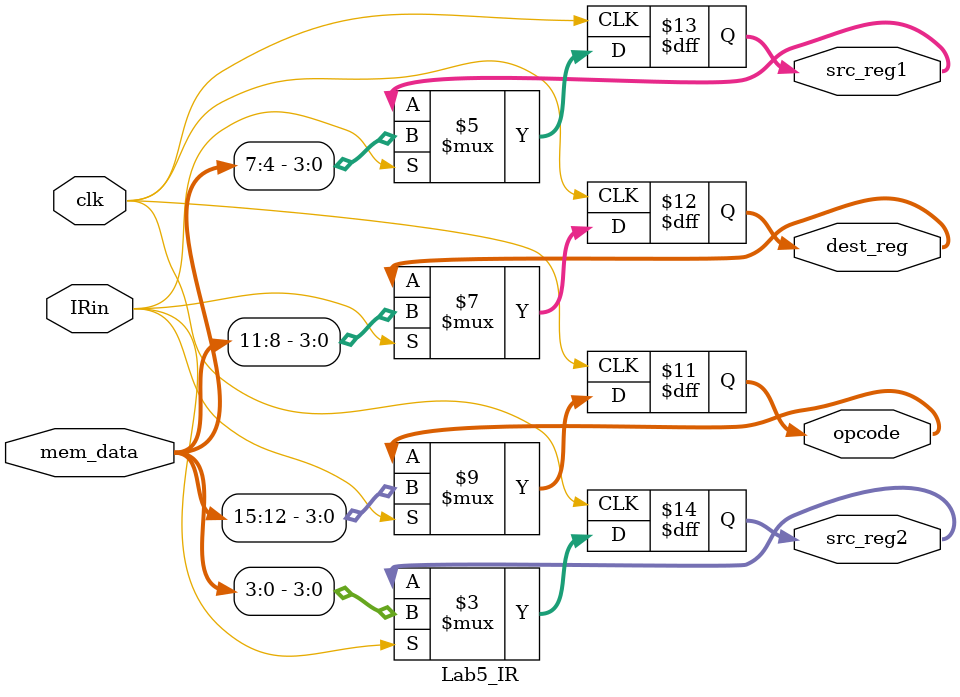
<source format=v>
module Lab5_IR(input [15:0] mem_data,
                input clk,
		        input IRin, //load enable
                output reg [3:0] opcode,
                output reg [3:0] dest_reg,
                output reg [3:0] src_reg1,
                output reg [3:0] src_reg2);
                
	initial begin
	   opcode   <= 0; 
	   dest_reg <= 0;
	   src_reg1 <= 0;
	   src_reg2 <= 0;
	end
	
	always@(posedge clk)
    begin
        if(IRin)
        begin
            src_reg2 <= mem_data[3:0];
            src_reg1 <= mem_data[7:4];
            dest_reg <= mem_data[11:8];
            opcode <= mem_data[15:12];
        end
    end
endmodule
</source>
